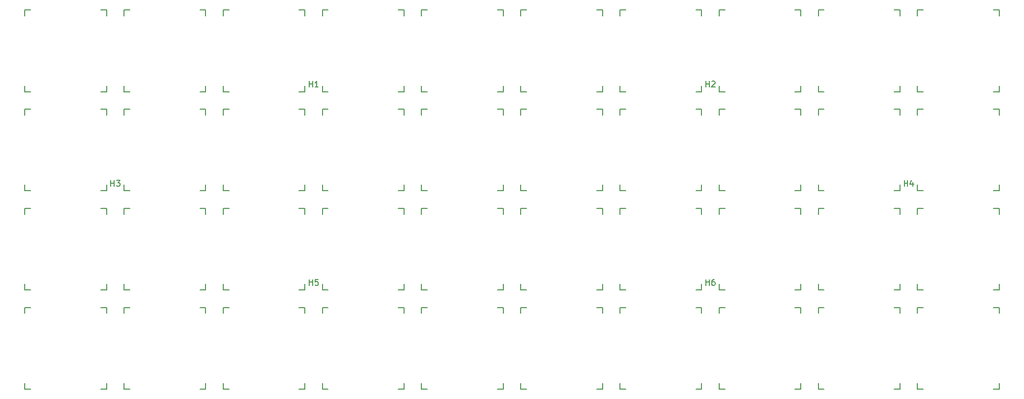
<source format=gbr>
%TF.GenerationSoftware,KiCad,Pcbnew,(6.0.4-0)*%
%TF.CreationDate,2022-10-10T22:02:04-05:00*%
%TF.ProjectId,bancouver40_cfx,62616e63-6f75-4766-9572-34305f636678,rev?*%
%TF.SameCoordinates,Original*%
%TF.FileFunction,Legend,Top*%
%TF.FilePolarity,Positive*%
%FSLAX46Y46*%
G04 Gerber Fmt 4.6, Leading zero omitted, Abs format (unit mm)*
G04 Created by KiCad (PCBNEW (6.0.4-0)) date 2022-10-10 22:02:04*
%MOMM*%
%LPD*%
G01*
G04 APERTURE LIST*
%ADD10C,0.150000*%
G04 APERTURE END LIST*
D10*
%TO.C,H4*%
X226612988Y-46577357D02*
X226612988Y-45577357D01*
X226612988Y-46053548D02*
X227184416Y-46053548D01*
X227184416Y-46577357D02*
X227184416Y-45577357D01*
X228089178Y-45910691D02*
X228089178Y-46577357D01*
X227851083Y-45529738D02*
X227612988Y-46244024D01*
X228232035Y-46244024D01*
%TO.C,H5*%
X124613036Y-63577349D02*
X124613036Y-62577349D01*
X124613036Y-63053540D02*
X125184464Y-63053540D01*
X125184464Y-63577349D02*
X125184464Y-62577349D01*
X126136845Y-62577349D02*
X125660655Y-62577349D01*
X125613036Y-63053540D01*
X125660655Y-63005921D01*
X125755893Y-62958302D01*
X125993988Y-62958302D01*
X126089226Y-63005921D01*
X126136845Y-63053540D01*
X126184464Y-63148778D01*
X126184464Y-63386873D01*
X126136845Y-63482111D01*
X126089226Y-63529730D01*
X125993988Y-63577349D01*
X125755893Y-63577349D01*
X125660655Y-63529730D01*
X125613036Y-63482111D01*
%TO.C,H2*%
X192613004Y-29577365D02*
X192613004Y-28577365D01*
X192613004Y-29053556D02*
X193184432Y-29053556D01*
X193184432Y-29577365D02*
X193184432Y-28577365D01*
X193613004Y-28672604D02*
X193660623Y-28624985D01*
X193755861Y-28577365D01*
X193993956Y-28577365D01*
X194089194Y-28624985D01*
X194136813Y-28672604D01*
X194184432Y-28767842D01*
X194184432Y-28863080D01*
X194136813Y-29005937D01*
X193565385Y-29577365D01*
X194184432Y-29577365D01*
%TO.C,H6*%
X192613004Y-63577349D02*
X192613004Y-62577349D01*
X192613004Y-63053540D02*
X193184432Y-63053540D01*
X193184432Y-63577349D02*
X193184432Y-62577349D01*
X194089194Y-62577349D02*
X193898718Y-62577349D01*
X193803480Y-62624969D01*
X193755861Y-62672588D01*
X193660623Y-62815445D01*
X193613004Y-63005921D01*
X193613004Y-63386873D01*
X193660623Y-63482111D01*
X193708242Y-63529730D01*
X193803480Y-63577349D01*
X193993956Y-63577349D01*
X194089194Y-63529730D01*
X194136813Y-63482111D01*
X194184432Y-63386873D01*
X194184432Y-63148778D01*
X194136813Y-63053540D01*
X194089194Y-63005921D01*
X193993956Y-62958302D01*
X193803480Y-62958302D01*
X193708242Y-63005921D01*
X193660623Y-63053540D01*
X193613004Y-63148778D01*
%TO.C,H3*%
X90613052Y-46577357D02*
X90613052Y-45577357D01*
X90613052Y-46053548D02*
X91184480Y-46053548D01*
X91184480Y-46577357D02*
X91184480Y-45577357D01*
X91565433Y-45577357D02*
X92184480Y-45577357D01*
X91851147Y-45958310D01*
X91994004Y-45958310D01*
X92089242Y-46005929D01*
X92136861Y-46053548D01*
X92184480Y-46148786D01*
X92184480Y-46386881D01*
X92136861Y-46482119D01*
X92089242Y-46529738D01*
X91994004Y-46577357D01*
X91708290Y-46577357D01*
X91613052Y-46529738D01*
X91565433Y-46482119D01*
%TO.C,H1*%
X124613036Y-29577365D02*
X124613036Y-28577365D01*
X124613036Y-29053556D02*
X125184464Y-29053556D01*
X125184464Y-29577365D02*
X125184464Y-28577365D01*
X126184464Y-29577365D02*
X125613036Y-29577365D01*
X125898750Y-29577365D02*
X125898750Y-28577365D01*
X125803512Y-28720223D01*
X125708274Y-28815461D01*
X125613036Y-28863080D01*
%TO.C,SW25*%
X157874929Y-63374973D02*
X157874929Y-64374973D01*
X143874929Y-64374973D02*
X144874929Y-64374973D01*
X156874929Y-64374973D02*
X157874929Y-64374973D01*
X157874929Y-50374973D02*
X156874929Y-50374973D01*
X157874929Y-50374973D02*
X157874929Y-51374973D01*
X144874929Y-50374973D02*
X143874929Y-50374973D01*
X143874929Y-51374973D02*
X143874929Y-50374973D01*
X143874929Y-64374973D02*
X143874929Y-63374973D01*
X157874929Y-64374973D02*
X156874929Y-64374973D01*
%TO.C,SW17*%
X177874913Y-47374981D02*
X177874913Y-46374981D01*
X178874913Y-33374981D02*
X177874913Y-33374981D01*
X191874913Y-47374981D02*
X190874913Y-47374981D01*
X191874913Y-33374981D02*
X190874913Y-33374981D01*
X191874913Y-33374981D02*
X191874913Y-34374981D01*
X177874913Y-34374981D02*
X177874913Y-33374981D01*
X191874913Y-46374981D02*
X191874913Y-47374981D01*
X190874913Y-47374981D02*
X191874913Y-47374981D01*
X177874913Y-47374981D02*
X178874913Y-47374981D01*
%TO.C,SW23*%
X109874945Y-64374973D02*
X109874945Y-63374973D01*
X123874945Y-64374973D02*
X122874945Y-64374973D01*
X109874945Y-64374973D02*
X110874945Y-64374973D01*
X123874945Y-50374973D02*
X122874945Y-50374973D01*
X123874945Y-63374973D02*
X123874945Y-64374973D01*
X109874945Y-51374973D02*
X109874945Y-50374973D01*
X110874945Y-50374973D02*
X109874945Y-50374973D01*
X123874945Y-50374973D02*
X123874945Y-51374973D01*
X122874945Y-64374973D02*
X123874945Y-64374973D01*
%TO.C,SW26*%
X161874921Y-50374973D02*
X160874921Y-50374973D01*
X160874921Y-64374973D02*
X160874921Y-63374973D01*
X160874921Y-51374973D02*
X160874921Y-50374973D01*
X173874921Y-64374973D02*
X174874921Y-64374973D01*
X174874921Y-50374973D02*
X174874921Y-51374973D01*
X160874921Y-64374973D02*
X161874921Y-64374973D01*
X174874921Y-64374973D02*
X173874921Y-64374973D01*
X174874921Y-50374973D02*
X173874921Y-50374973D01*
X174874921Y-63374973D02*
X174874921Y-64374973D01*
%TO.C,SW13*%
X109874945Y-47374981D02*
X109874945Y-46374981D01*
X123874945Y-33374981D02*
X122874945Y-33374981D01*
X109874945Y-47374981D02*
X110874945Y-47374981D01*
X123874945Y-46374981D02*
X123874945Y-47374981D01*
X110874945Y-33374981D02*
X109874945Y-33374981D01*
X123874945Y-47374981D02*
X122874945Y-47374981D01*
X109874945Y-34374981D02*
X109874945Y-33374981D01*
X122874945Y-47374981D02*
X123874945Y-47374981D01*
X123874945Y-33374981D02*
X123874945Y-34374981D01*
%TO.C,SW20*%
X242874889Y-46374981D02*
X242874889Y-47374981D01*
X241874889Y-47374981D02*
X242874889Y-47374981D01*
X228874889Y-47374981D02*
X229874889Y-47374981D01*
X242874889Y-33374981D02*
X241874889Y-33374981D01*
X228874889Y-47374981D02*
X228874889Y-46374981D01*
X228874889Y-34374981D02*
X228874889Y-33374981D01*
X229874889Y-33374981D02*
X228874889Y-33374981D01*
X242874889Y-33374981D02*
X242874889Y-34374981D01*
X242874889Y-47374981D02*
X241874889Y-47374981D01*
%TO.C,SW16*%
X161874921Y-33374981D02*
X160874921Y-33374981D01*
X160874921Y-34374981D02*
X160874921Y-33374981D01*
X160874921Y-47374981D02*
X160874921Y-46374981D01*
X174874921Y-33374981D02*
X173874921Y-33374981D01*
X174874921Y-47374981D02*
X173874921Y-47374981D01*
X174874921Y-33374981D02*
X174874921Y-34374981D01*
X174874921Y-46374981D02*
X174874921Y-47374981D01*
X160874921Y-47374981D02*
X161874921Y-47374981D01*
X173874921Y-47374981D02*
X174874921Y-47374981D01*
%TO.C,SW4*%
X126874937Y-17374989D02*
X126874937Y-16374989D01*
X140874937Y-16374989D02*
X140874937Y-17374989D01*
X127874937Y-16374989D02*
X126874937Y-16374989D01*
X126874937Y-30374989D02*
X126874937Y-29374989D01*
X139874937Y-30374989D02*
X140874937Y-30374989D01*
X140874937Y-30374989D02*
X139874937Y-30374989D01*
X126874937Y-30374989D02*
X127874937Y-30374989D01*
X140874937Y-29374989D02*
X140874937Y-30374989D01*
X140874937Y-16374989D02*
X139874937Y-16374989D01*
%TO.C,SW1*%
X75874961Y-16374989D02*
X76874961Y-16374989D01*
X89874961Y-16374989D02*
X89874961Y-17374989D01*
X75874961Y-17374989D02*
X75874961Y-16374989D01*
X89874961Y-29374989D02*
X89874961Y-30374989D01*
X75874961Y-30374989D02*
X76874961Y-30374989D01*
X88874961Y-30374989D02*
X89874961Y-30374989D01*
X75874961Y-30374989D02*
X75874961Y-29374989D01*
X89874961Y-16374989D02*
X88874961Y-16374989D01*
X76874961Y-16374989D02*
X75874961Y-16374989D01*
%TO.C,SW29*%
X211874897Y-64374973D02*
X212874897Y-64374973D01*
X225874897Y-50374973D02*
X224874897Y-50374973D01*
X212874897Y-50374973D02*
X211874897Y-50374973D01*
X211874897Y-51374973D02*
X211874897Y-50374973D01*
X224874897Y-64374973D02*
X225874897Y-64374973D01*
X225874897Y-64374973D02*
X224874897Y-64374973D01*
X211874897Y-64374973D02*
X211874897Y-63374973D01*
X225874897Y-63374973D02*
X225874897Y-64374973D01*
X225874897Y-50374973D02*
X225874897Y-51374973D01*
%TO.C,SW15*%
X157874929Y-33374981D02*
X157874929Y-34374981D01*
X157874929Y-33374981D02*
X156874929Y-33374981D01*
X156874929Y-47374981D02*
X157874929Y-47374981D01*
X144874929Y-33374981D02*
X143874929Y-33374981D01*
X143874929Y-47374981D02*
X144874929Y-47374981D01*
X157874929Y-46374981D02*
X157874929Y-47374981D01*
X143874929Y-47374981D02*
X143874929Y-46374981D01*
X157874929Y-47374981D02*
X156874929Y-47374981D01*
X143874929Y-34374981D02*
X143874929Y-33374981D01*
%TO.C,SW34*%
X126874937Y-68374965D02*
X126874937Y-67374965D01*
X126874937Y-81374965D02*
X127874937Y-81374965D01*
X140874937Y-81374965D02*
X139874937Y-81374965D01*
X140874937Y-67374965D02*
X140874937Y-68374965D01*
X140874937Y-80374965D02*
X140874937Y-81374965D01*
X140874937Y-67374965D02*
X139874937Y-67374965D01*
X126874937Y-81374965D02*
X126874937Y-80374965D01*
X139874937Y-81374965D02*
X140874937Y-81374965D01*
X127874937Y-67374965D02*
X126874937Y-67374965D01*
%TO.C,SW6*%
X160874921Y-30374989D02*
X161874921Y-30374989D01*
X160874921Y-30374989D02*
X160874921Y-29374989D01*
X161874921Y-16374989D02*
X160874921Y-16374989D01*
X174874921Y-29374989D02*
X174874921Y-30374989D01*
X173874921Y-30374989D02*
X174874921Y-30374989D01*
X160874921Y-17374989D02*
X160874921Y-16374989D01*
X174874921Y-16374989D02*
X174874921Y-17374989D01*
X174874921Y-16374989D02*
X173874921Y-16374989D01*
X174874921Y-30374989D02*
X173874921Y-30374989D01*
%TO.C,SW10*%
X242874889Y-29374989D02*
X242874889Y-30374989D01*
X241874889Y-30374989D02*
X242874889Y-30374989D01*
X228874889Y-30374989D02*
X229874889Y-30374989D01*
X242874889Y-30374989D02*
X241874889Y-30374989D01*
X228874889Y-17374989D02*
X228874889Y-16374989D01*
X229874889Y-16374989D02*
X228874889Y-16374989D01*
X228874889Y-30374989D02*
X228874889Y-29374989D01*
X242874889Y-16374989D02*
X241874889Y-16374989D01*
X242874889Y-16374989D02*
X242874889Y-17374989D01*
%TO.C,SW33*%
X123874945Y-81374965D02*
X122874945Y-81374965D01*
X109874945Y-81374965D02*
X110874945Y-81374965D01*
X110874945Y-67374965D02*
X109874945Y-67374965D01*
X123874945Y-80374965D02*
X123874945Y-81374965D01*
X122874945Y-81374965D02*
X123874945Y-81374965D01*
X109874945Y-68374965D02*
X109874945Y-67374965D01*
X123874945Y-67374965D02*
X122874945Y-67374965D01*
X123874945Y-67374965D02*
X123874945Y-68374965D01*
X109874945Y-81374965D02*
X109874945Y-80374965D01*
%TO.C,SW27*%
X191874913Y-50374973D02*
X190874913Y-50374973D01*
X191874913Y-64374973D02*
X190874913Y-64374973D01*
X177874913Y-64374973D02*
X178874913Y-64374973D01*
X191874913Y-63374973D02*
X191874913Y-64374973D01*
X177874913Y-51374973D02*
X177874913Y-50374973D01*
X190874913Y-64374973D02*
X191874913Y-64374973D01*
X191874913Y-50374973D02*
X191874913Y-51374973D01*
X178874913Y-50374973D02*
X177874913Y-50374973D01*
X177874913Y-64374973D02*
X177874913Y-63374973D01*
%TO.C,SW30*%
X229874889Y-50374973D02*
X228874889Y-50374973D01*
X242874889Y-50374973D02*
X241874889Y-50374973D01*
X241874889Y-64374973D02*
X242874889Y-64374973D01*
X242874889Y-50374973D02*
X242874889Y-51374973D01*
X228874889Y-64374973D02*
X228874889Y-63374973D01*
X228874889Y-51374973D02*
X228874889Y-50374973D01*
X242874889Y-63374973D02*
X242874889Y-64374973D01*
X242874889Y-64374973D02*
X241874889Y-64374973D01*
X228874889Y-64374973D02*
X229874889Y-64374973D01*
%TO.C,SW7*%
X178874913Y-16374989D02*
X177874913Y-16374989D01*
X191874913Y-30374989D02*
X190874913Y-30374989D01*
X191874913Y-16374989D02*
X191874913Y-17374989D01*
X191874913Y-16374989D02*
X190874913Y-16374989D01*
X190874913Y-30374989D02*
X191874913Y-30374989D01*
X177874913Y-17374989D02*
X177874913Y-16374989D01*
X191874913Y-29374989D02*
X191874913Y-30374989D01*
X177874913Y-30374989D02*
X177874913Y-29374989D01*
X177874913Y-30374989D02*
X178874913Y-30374989D01*
%TO.C,SW19*%
X225874897Y-46374981D02*
X225874897Y-47374981D01*
X211874897Y-34374981D02*
X211874897Y-33374981D01*
X225874897Y-33374981D02*
X225874897Y-34374981D01*
X224874897Y-47374981D02*
X225874897Y-47374981D01*
X225874897Y-33374981D02*
X224874897Y-33374981D01*
X225874897Y-47374981D02*
X224874897Y-47374981D01*
X211874897Y-47374981D02*
X211874897Y-46374981D01*
X211874897Y-47374981D02*
X212874897Y-47374981D01*
X212874897Y-33374981D02*
X211874897Y-33374981D01*
%TO.C,SW40*%
X229874889Y-67374965D02*
X228874889Y-67374965D01*
X241874889Y-81374965D02*
X242874889Y-81374965D01*
X228874889Y-81374965D02*
X229874889Y-81374965D01*
X242874889Y-67374965D02*
X241874889Y-67374965D01*
X242874889Y-81374965D02*
X241874889Y-81374965D01*
X242874889Y-67374965D02*
X242874889Y-68374965D01*
X228874889Y-68374965D02*
X228874889Y-67374965D01*
X228874889Y-81374965D02*
X228874889Y-80374965D01*
X242874889Y-80374965D02*
X242874889Y-81374965D01*
%TO.C,SW24*%
X140874937Y-63374973D02*
X140874937Y-64374973D01*
X127874937Y-50374973D02*
X126874937Y-50374973D01*
X126874937Y-51374973D02*
X126874937Y-50374973D01*
X126874937Y-64374973D02*
X127874937Y-64374973D01*
X140874937Y-50374973D02*
X139874937Y-50374973D01*
X139874937Y-64374973D02*
X140874937Y-64374973D01*
X140874937Y-50374973D02*
X140874937Y-51374973D01*
X140874937Y-64374973D02*
X139874937Y-64374973D01*
X126874937Y-64374973D02*
X126874937Y-63374973D01*
%TO.C,SW32*%
X92874953Y-81374965D02*
X92874953Y-80374965D01*
X106874953Y-67374965D02*
X106874953Y-68374965D01*
X106874953Y-80374965D02*
X106874953Y-81374965D01*
X106874953Y-81374965D02*
X105874953Y-81374965D01*
X92874953Y-68374965D02*
X92874953Y-67374965D01*
X106874953Y-67374965D02*
X105874953Y-67374965D01*
X92874953Y-81374965D02*
X93874953Y-81374965D01*
X93874953Y-67374965D02*
X92874953Y-67374965D01*
X105874953Y-81374965D02*
X106874953Y-81374965D01*
%TO.C,SW5*%
X144874929Y-16374989D02*
X143874929Y-16374989D01*
X143874929Y-30374989D02*
X143874929Y-29374989D01*
X156874929Y-30374989D02*
X157874929Y-30374989D01*
X143874929Y-17374989D02*
X143874929Y-16374989D01*
X157874929Y-16374989D02*
X157874929Y-17374989D01*
X157874929Y-30374989D02*
X156874929Y-30374989D01*
X157874929Y-29374989D02*
X157874929Y-30374989D01*
X157874929Y-16374989D02*
X156874929Y-16374989D01*
X143874929Y-30374989D02*
X144874929Y-30374989D01*
%TO.C,SW31*%
X76874961Y-67374965D02*
X75874961Y-67374965D01*
X75874961Y-68374965D02*
X75874961Y-67374965D01*
X89874961Y-80374965D02*
X89874961Y-81374965D01*
X89874961Y-67374965D02*
X89874961Y-68374965D01*
X75874961Y-67374965D02*
X76874961Y-67374965D01*
X75874961Y-81374965D02*
X76874961Y-81374965D01*
X88874961Y-81374965D02*
X89874961Y-81374965D01*
X75874961Y-81374965D02*
X75874961Y-80374965D01*
X89874961Y-67374965D02*
X88874961Y-67374965D01*
%TO.C,SW38*%
X208874905Y-80374965D02*
X208874905Y-81374965D01*
X194874905Y-81374965D02*
X194874905Y-80374965D01*
X208874905Y-67374965D02*
X208874905Y-68374965D01*
X208874905Y-67374965D02*
X207874905Y-67374965D01*
X195874905Y-67374965D02*
X194874905Y-67374965D01*
X208874905Y-81374965D02*
X207874905Y-81374965D01*
X207874905Y-81374965D02*
X208874905Y-81374965D01*
X194874905Y-68374965D02*
X194874905Y-67374965D01*
X194874905Y-81374965D02*
X195874905Y-81374965D01*
%TO.C,SW35*%
X157874929Y-67374965D02*
X156874929Y-67374965D01*
X143874929Y-81374965D02*
X144874929Y-81374965D01*
X157874929Y-81374965D02*
X156874929Y-81374965D01*
X143874929Y-68374965D02*
X143874929Y-67374965D01*
X144874929Y-67374965D02*
X143874929Y-67374965D01*
X157874929Y-67374965D02*
X157874929Y-68374965D01*
X157874929Y-80374965D02*
X157874929Y-81374965D01*
X143874929Y-81374965D02*
X143874929Y-80374965D01*
X156874929Y-81374965D02*
X157874929Y-81374965D01*
%TO.C,SW18*%
X208874905Y-47374981D02*
X207874905Y-47374981D01*
X208874905Y-33374981D02*
X208874905Y-34374981D01*
X208874905Y-46374981D02*
X208874905Y-47374981D01*
X194874905Y-34374981D02*
X194874905Y-33374981D01*
X194874905Y-47374981D02*
X195874905Y-47374981D01*
X195874905Y-33374981D02*
X194874905Y-33374981D01*
X208874905Y-33374981D02*
X207874905Y-33374981D01*
X194874905Y-47374981D02*
X194874905Y-46374981D01*
X207874905Y-47374981D02*
X208874905Y-47374981D01*
%TO.C,SW3*%
X123874945Y-29374989D02*
X123874945Y-30374989D01*
X109874945Y-30374989D02*
X109874945Y-29374989D01*
X109874945Y-30374989D02*
X110874945Y-30374989D01*
X110874945Y-16374989D02*
X109874945Y-16374989D01*
X109874945Y-17374989D02*
X109874945Y-16374989D01*
X122874945Y-30374989D02*
X123874945Y-30374989D01*
X123874945Y-16374989D02*
X123874945Y-17374989D01*
X123874945Y-16374989D02*
X122874945Y-16374989D01*
X123874945Y-30374989D02*
X122874945Y-30374989D01*
%TO.C,SW9*%
X212874897Y-16374989D02*
X211874897Y-16374989D01*
X225874897Y-16374989D02*
X224874897Y-16374989D01*
X225874897Y-16374989D02*
X225874897Y-17374989D01*
X211874897Y-17374989D02*
X211874897Y-16374989D01*
X211874897Y-30374989D02*
X212874897Y-30374989D01*
X211874897Y-30374989D02*
X211874897Y-29374989D01*
X225874897Y-29374989D02*
X225874897Y-30374989D01*
X224874897Y-30374989D02*
X225874897Y-30374989D01*
X225874897Y-30374989D02*
X224874897Y-30374989D01*
%TO.C,SW14*%
X126874937Y-34374981D02*
X126874937Y-33374981D01*
X126874937Y-47374981D02*
X126874937Y-46374981D01*
X126874937Y-47374981D02*
X127874937Y-47374981D01*
X140874937Y-46374981D02*
X140874937Y-47374981D01*
X140874937Y-33374981D02*
X139874937Y-33374981D01*
X140874937Y-33374981D02*
X140874937Y-34374981D01*
X127874937Y-33374981D02*
X126874937Y-33374981D01*
X139874937Y-47374981D02*
X140874937Y-47374981D01*
X140874937Y-47374981D02*
X139874937Y-47374981D01*
%TO.C,SW21*%
X76874961Y-50374973D02*
X75874961Y-50374973D01*
X75874961Y-64374973D02*
X76874961Y-64374973D01*
X89874961Y-50374973D02*
X89874961Y-51374973D01*
X75874961Y-64374973D02*
X75874961Y-63374973D01*
X89874961Y-63374973D02*
X89874961Y-64374973D01*
X75874961Y-50374973D02*
X76874961Y-50374973D01*
X89874961Y-50374973D02*
X88874961Y-50374973D01*
X88874961Y-64374973D02*
X89874961Y-64374973D01*
X75874961Y-51374973D02*
X75874961Y-50374973D01*
%TO.C,SW2*%
X92874953Y-17374989D02*
X92874953Y-16374989D01*
X106874953Y-16374989D02*
X105874953Y-16374989D01*
X92874953Y-30374989D02*
X92874953Y-29374989D01*
X93874953Y-16374989D02*
X92874953Y-16374989D01*
X92874953Y-30374989D02*
X93874953Y-30374989D01*
X106874953Y-29374989D02*
X106874953Y-30374989D01*
X106874953Y-30374989D02*
X105874953Y-30374989D01*
X105874953Y-30374989D02*
X106874953Y-30374989D01*
X106874953Y-16374989D02*
X106874953Y-17374989D01*
%TO.C,SW12*%
X92874953Y-47374981D02*
X93874953Y-47374981D01*
X93874953Y-33374981D02*
X92874953Y-33374981D01*
X106874953Y-33374981D02*
X106874953Y-34374981D01*
X106874953Y-33374981D02*
X105874953Y-33374981D01*
X105874953Y-47374981D02*
X106874953Y-47374981D01*
X106874953Y-47374981D02*
X105874953Y-47374981D01*
X106874953Y-46374981D02*
X106874953Y-47374981D01*
X92874953Y-47374981D02*
X92874953Y-46374981D01*
X92874953Y-34374981D02*
X92874953Y-33374981D01*
%TO.C,SW36*%
X174874921Y-67374965D02*
X174874921Y-68374965D01*
X161874921Y-67374965D02*
X160874921Y-67374965D01*
X174874921Y-80374965D02*
X174874921Y-81374965D01*
X160874921Y-68374965D02*
X160874921Y-67374965D01*
X173874921Y-81374965D02*
X174874921Y-81374965D01*
X174874921Y-67374965D02*
X173874921Y-67374965D01*
X174874921Y-81374965D02*
X173874921Y-81374965D01*
X160874921Y-81374965D02*
X161874921Y-81374965D01*
X160874921Y-81374965D02*
X160874921Y-80374965D01*
%TO.C,SW22*%
X92874953Y-51374973D02*
X92874953Y-50374973D01*
X106874953Y-50374973D02*
X105874953Y-50374973D01*
X105874953Y-64374973D02*
X106874953Y-64374973D01*
X106874953Y-64374973D02*
X105874953Y-64374973D01*
X92874953Y-64374973D02*
X93874953Y-64374973D01*
X106874953Y-63374973D02*
X106874953Y-64374973D01*
X106874953Y-50374973D02*
X106874953Y-51374973D01*
X93874953Y-50374973D02*
X92874953Y-50374973D01*
X92874953Y-64374973D02*
X92874953Y-63374973D01*
%TO.C,SW28*%
X208874905Y-64374973D02*
X207874905Y-64374973D01*
X208874905Y-50374973D02*
X208874905Y-51374973D01*
X208874905Y-50374973D02*
X207874905Y-50374973D01*
X194874905Y-64374973D02*
X195874905Y-64374973D01*
X195874905Y-50374973D02*
X194874905Y-50374973D01*
X194874905Y-64374973D02*
X194874905Y-63374973D01*
X194874905Y-51374973D02*
X194874905Y-50374973D01*
X208874905Y-63374973D02*
X208874905Y-64374973D01*
X207874905Y-64374973D02*
X208874905Y-64374973D01*
%TO.C,SW37*%
X191874913Y-67374965D02*
X190874913Y-67374965D01*
X191874913Y-80374965D02*
X191874913Y-81374965D01*
X177874913Y-68374965D02*
X177874913Y-67374965D01*
X190874913Y-81374965D02*
X191874913Y-81374965D01*
X178874913Y-67374965D02*
X177874913Y-67374965D01*
X177874913Y-81374965D02*
X178874913Y-81374965D01*
X191874913Y-67374965D02*
X191874913Y-68374965D01*
X191874913Y-81374965D02*
X190874913Y-81374965D01*
X177874913Y-81374965D02*
X177874913Y-80374965D01*
%TO.C,SW11*%
X76874961Y-33374981D02*
X75874961Y-33374981D01*
X75874961Y-33374981D02*
X76874961Y-33374981D01*
X75874961Y-34374981D02*
X75874961Y-33374981D01*
X89874961Y-46374981D02*
X89874961Y-47374981D01*
X89874961Y-33374981D02*
X88874961Y-33374981D01*
X89874961Y-33374981D02*
X89874961Y-34374981D01*
X75874961Y-47374981D02*
X75874961Y-46374981D01*
X75874961Y-47374981D02*
X76874961Y-47374981D01*
X88874961Y-47374981D02*
X89874961Y-47374981D01*
%TO.C,SW39*%
X225874897Y-67374965D02*
X224874897Y-67374965D01*
X225874897Y-67374965D02*
X225874897Y-68374965D01*
X211874897Y-68374965D02*
X211874897Y-67374965D01*
X211874897Y-81374965D02*
X211874897Y-80374965D01*
X211874897Y-81374965D02*
X212874897Y-81374965D01*
X225874897Y-80374965D02*
X225874897Y-81374965D01*
X212874897Y-67374965D02*
X211874897Y-67374965D01*
X225874897Y-81374965D02*
X224874897Y-81374965D01*
X224874897Y-81374965D02*
X225874897Y-81374965D01*
%TO.C,SW8*%
X208874905Y-16374989D02*
X207874905Y-16374989D01*
X208874905Y-30374989D02*
X207874905Y-30374989D01*
X194874905Y-30374989D02*
X194874905Y-29374989D01*
X194874905Y-17374989D02*
X194874905Y-16374989D01*
X207874905Y-30374989D02*
X208874905Y-30374989D01*
X194874905Y-30374989D02*
X195874905Y-30374989D01*
X208874905Y-16374989D02*
X208874905Y-17374989D01*
X195874905Y-16374989D02*
X194874905Y-16374989D01*
X208874905Y-29374989D02*
X208874905Y-30374989D01*
%TD*%
M02*

</source>
